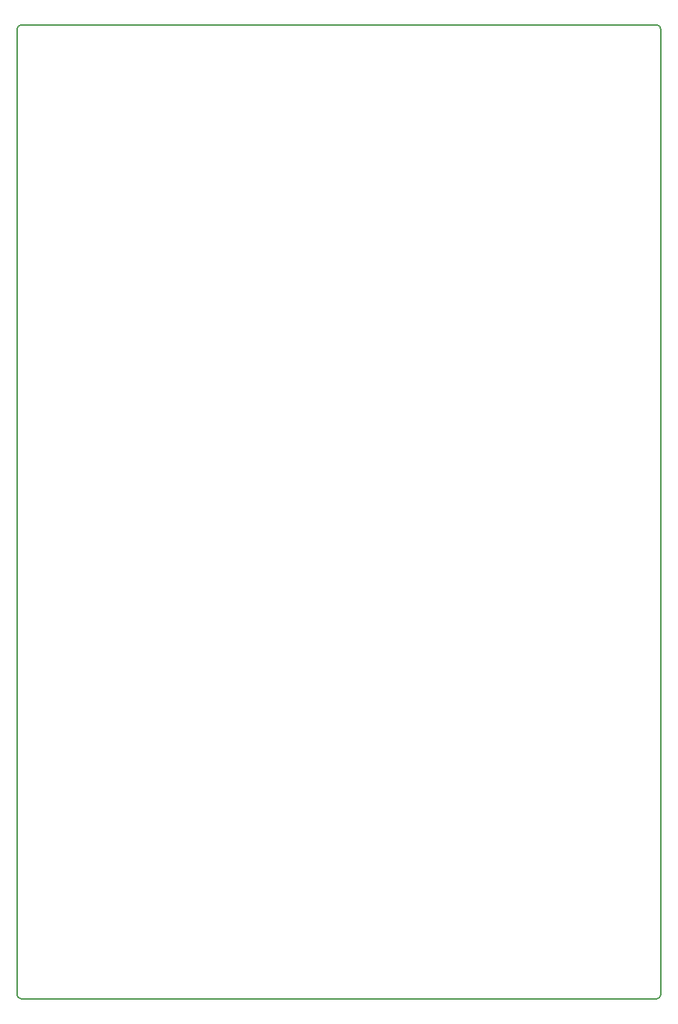
<source format=gbr>
G04 #@! TF.GenerationSoftware,KiCad,Pcbnew,5.0.1*
G04 #@! TF.CreationDate,2019-03-02T19:37:36+01:00*
G04 #@! TF.ProjectId,keypad,6B65797061642E6B696361645F706362,rev?*
G04 #@! TF.SameCoordinates,Original*
G04 #@! TF.FileFunction,Profile,NP*
%FSLAX46Y46*%
G04 Gerber Fmt 4.6, Leading zero omitted, Abs format (unit mm)*
G04 Created by KiCad (PCBNEW 5.0.1) date Sat 02 Mar 2019 07:37:36 PM CET*
%MOMM*%
%LPD*%
G01*
G04 APERTURE LIST*
%ADD10C,0.200000*%
G04 APERTURE END LIST*
D10*
X109040550Y-35718750D02*
X184340550Y-35718750D01*
X184340550Y-151018750D02*
X109040550Y-151018750D01*
X108540550Y-150518750D02*
X108540550Y-36218750D01*
X184840550Y-36218750D02*
X184840550Y-150518750D01*
X108540550Y-36218750D02*
G75*
G02X109040550Y-35718750I500000J0D01*
G01*
X184340550Y-35718750D02*
G75*
G02X184840550Y-36218750I0J-500000D01*
G01*
X184840550Y-150518750D02*
G75*
G02X184340550Y-151018750I-500000J0D01*
G01*
X109040550Y-151018750D02*
G75*
G02X108540550Y-150518750I0J500000D01*
G01*
M02*

</source>
